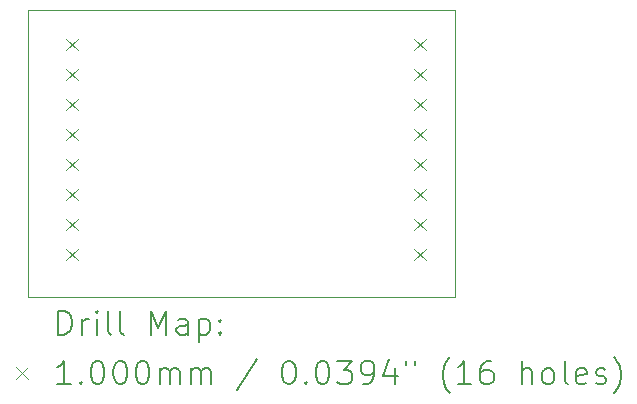
<source format=gbr>
%TF.GenerationSoftware,KiCad,Pcbnew,7.0.5*%
%TF.CreationDate,2024-02-12T16:47:11-03:00*%
%TF.ProjectId,baseSX1276,62617365-5358-4313-9237-362e6b696361,rev?*%
%TF.SameCoordinates,Original*%
%TF.FileFunction,Drillmap*%
%TF.FilePolarity,Positive*%
%FSLAX45Y45*%
G04 Gerber Fmt 4.5, Leading zero omitted, Abs format (unit mm)*
G04 Created by KiCad (PCBNEW 7.0.5) date 2024-02-12 16:47:11*
%MOMM*%
%LPD*%
G01*
G04 APERTURE LIST*
%ADD10C,0.100000*%
%ADD11C,0.200000*%
G04 APERTURE END LIST*
D10*
X11390000Y-6035000D02*
X15001000Y-6035000D01*
X15001000Y-8464000D01*
X11390000Y-8464000D01*
X11390000Y-6035000D01*
D11*
D10*
X11710200Y-6274600D02*
X11810200Y-6374600D01*
X11810200Y-6274600D02*
X11710200Y-6374600D01*
X11710200Y-6528600D02*
X11810200Y-6628600D01*
X11810200Y-6528600D02*
X11710200Y-6628600D01*
X11710200Y-6782600D02*
X11810200Y-6882600D01*
X11810200Y-6782600D02*
X11710200Y-6882600D01*
X11710200Y-7036600D02*
X11810200Y-7136600D01*
X11810200Y-7036600D02*
X11710200Y-7136600D01*
X11710200Y-7290600D02*
X11810200Y-7390600D01*
X11810200Y-7290600D02*
X11710200Y-7390600D01*
X11710200Y-7544600D02*
X11810200Y-7644600D01*
X11810200Y-7544600D02*
X11710200Y-7644600D01*
X11710200Y-7798600D02*
X11810200Y-7898600D01*
X11810200Y-7798600D02*
X11710200Y-7898600D01*
X11710200Y-8052600D02*
X11810200Y-8152600D01*
X11810200Y-8052600D02*
X11710200Y-8152600D01*
X14656600Y-6274600D02*
X14756600Y-6374600D01*
X14756600Y-6274600D02*
X14656600Y-6374600D01*
X14656600Y-6528600D02*
X14756600Y-6628600D01*
X14756600Y-6528600D02*
X14656600Y-6628600D01*
X14656600Y-6782600D02*
X14756600Y-6882600D01*
X14756600Y-6782600D02*
X14656600Y-6882600D01*
X14656600Y-7036600D02*
X14756600Y-7136600D01*
X14756600Y-7036600D02*
X14656600Y-7136600D01*
X14656600Y-7290600D02*
X14756600Y-7390600D01*
X14756600Y-7290600D02*
X14656600Y-7390600D01*
X14656600Y-7544600D02*
X14756600Y-7644600D01*
X14756600Y-7544600D02*
X14656600Y-7644600D01*
X14656600Y-7798600D02*
X14756600Y-7898600D01*
X14756600Y-7798600D02*
X14656600Y-7898600D01*
X14656600Y-8052600D02*
X14756600Y-8152600D01*
X14756600Y-8052600D02*
X14656600Y-8152600D01*
D11*
X11645777Y-8780484D02*
X11645777Y-8580484D01*
X11645777Y-8580484D02*
X11693396Y-8580484D01*
X11693396Y-8580484D02*
X11721967Y-8590008D01*
X11721967Y-8590008D02*
X11741015Y-8609055D01*
X11741015Y-8609055D02*
X11750539Y-8628103D01*
X11750539Y-8628103D02*
X11760062Y-8666198D01*
X11760062Y-8666198D02*
X11760062Y-8694770D01*
X11760062Y-8694770D02*
X11750539Y-8732865D01*
X11750539Y-8732865D02*
X11741015Y-8751912D01*
X11741015Y-8751912D02*
X11721967Y-8770960D01*
X11721967Y-8770960D02*
X11693396Y-8780484D01*
X11693396Y-8780484D02*
X11645777Y-8780484D01*
X11845777Y-8780484D02*
X11845777Y-8647150D01*
X11845777Y-8685246D02*
X11855301Y-8666198D01*
X11855301Y-8666198D02*
X11864824Y-8656674D01*
X11864824Y-8656674D02*
X11883872Y-8647150D01*
X11883872Y-8647150D02*
X11902920Y-8647150D01*
X11969586Y-8780484D02*
X11969586Y-8647150D01*
X11969586Y-8580484D02*
X11960062Y-8590008D01*
X11960062Y-8590008D02*
X11969586Y-8599531D01*
X11969586Y-8599531D02*
X11979110Y-8590008D01*
X11979110Y-8590008D02*
X11969586Y-8580484D01*
X11969586Y-8580484D02*
X11969586Y-8599531D01*
X12093396Y-8780484D02*
X12074348Y-8770960D01*
X12074348Y-8770960D02*
X12064824Y-8751912D01*
X12064824Y-8751912D02*
X12064824Y-8580484D01*
X12198158Y-8780484D02*
X12179110Y-8770960D01*
X12179110Y-8770960D02*
X12169586Y-8751912D01*
X12169586Y-8751912D02*
X12169586Y-8580484D01*
X12426729Y-8780484D02*
X12426729Y-8580484D01*
X12426729Y-8580484D02*
X12493396Y-8723341D01*
X12493396Y-8723341D02*
X12560062Y-8580484D01*
X12560062Y-8580484D02*
X12560062Y-8780484D01*
X12741015Y-8780484D02*
X12741015Y-8675722D01*
X12741015Y-8675722D02*
X12731491Y-8656674D01*
X12731491Y-8656674D02*
X12712443Y-8647150D01*
X12712443Y-8647150D02*
X12674348Y-8647150D01*
X12674348Y-8647150D02*
X12655301Y-8656674D01*
X12741015Y-8770960D02*
X12721967Y-8780484D01*
X12721967Y-8780484D02*
X12674348Y-8780484D01*
X12674348Y-8780484D02*
X12655301Y-8770960D01*
X12655301Y-8770960D02*
X12645777Y-8751912D01*
X12645777Y-8751912D02*
X12645777Y-8732865D01*
X12645777Y-8732865D02*
X12655301Y-8713817D01*
X12655301Y-8713817D02*
X12674348Y-8704293D01*
X12674348Y-8704293D02*
X12721967Y-8704293D01*
X12721967Y-8704293D02*
X12741015Y-8694770D01*
X12836253Y-8647150D02*
X12836253Y-8847150D01*
X12836253Y-8656674D02*
X12855301Y-8647150D01*
X12855301Y-8647150D02*
X12893396Y-8647150D01*
X12893396Y-8647150D02*
X12912443Y-8656674D01*
X12912443Y-8656674D02*
X12921967Y-8666198D01*
X12921967Y-8666198D02*
X12931491Y-8685246D01*
X12931491Y-8685246D02*
X12931491Y-8742389D01*
X12931491Y-8742389D02*
X12921967Y-8761436D01*
X12921967Y-8761436D02*
X12912443Y-8770960D01*
X12912443Y-8770960D02*
X12893396Y-8780484D01*
X12893396Y-8780484D02*
X12855301Y-8780484D01*
X12855301Y-8780484D02*
X12836253Y-8770960D01*
X13017205Y-8761436D02*
X13026729Y-8770960D01*
X13026729Y-8770960D02*
X13017205Y-8780484D01*
X13017205Y-8780484D02*
X13007682Y-8770960D01*
X13007682Y-8770960D02*
X13017205Y-8761436D01*
X13017205Y-8761436D02*
X13017205Y-8780484D01*
X13017205Y-8656674D02*
X13026729Y-8666198D01*
X13026729Y-8666198D02*
X13017205Y-8675722D01*
X13017205Y-8675722D02*
X13007682Y-8666198D01*
X13007682Y-8666198D02*
X13017205Y-8656674D01*
X13017205Y-8656674D02*
X13017205Y-8675722D01*
D10*
X11285000Y-9059000D02*
X11385000Y-9159000D01*
X11385000Y-9059000D02*
X11285000Y-9159000D01*
D11*
X11750539Y-9200484D02*
X11636253Y-9200484D01*
X11693396Y-9200484D02*
X11693396Y-9000484D01*
X11693396Y-9000484D02*
X11674348Y-9029055D01*
X11674348Y-9029055D02*
X11655301Y-9048103D01*
X11655301Y-9048103D02*
X11636253Y-9057627D01*
X11836253Y-9181436D02*
X11845777Y-9190960D01*
X11845777Y-9190960D02*
X11836253Y-9200484D01*
X11836253Y-9200484D02*
X11826729Y-9190960D01*
X11826729Y-9190960D02*
X11836253Y-9181436D01*
X11836253Y-9181436D02*
X11836253Y-9200484D01*
X11969586Y-9000484D02*
X11988634Y-9000484D01*
X11988634Y-9000484D02*
X12007682Y-9010008D01*
X12007682Y-9010008D02*
X12017205Y-9019531D01*
X12017205Y-9019531D02*
X12026729Y-9038579D01*
X12026729Y-9038579D02*
X12036253Y-9076674D01*
X12036253Y-9076674D02*
X12036253Y-9124293D01*
X12036253Y-9124293D02*
X12026729Y-9162389D01*
X12026729Y-9162389D02*
X12017205Y-9181436D01*
X12017205Y-9181436D02*
X12007682Y-9190960D01*
X12007682Y-9190960D02*
X11988634Y-9200484D01*
X11988634Y-9200484D02*
X11969586Y-9200484D01*
X11969586Y-9200484D02*
X11950539Y-9190960D01*
X11950539Y-9190960D02*
X11941015Y-9181436D01*
X11941015Y-9181436D02*
X11931491Y-9162389D01*
X11931491Y-9162389D02*
X11921967Y-9124293D01*
X11921967Y-9124293D02*
X11921967Y-9076674D01*
X11921967Y-9076674D02*
X11931491Y-9038579D01*
X11931491Y-9038579D02*
X11941015Y-9019531D01*
X11941015Y-9019531D02*
X11950539Y-9010008D01*
X11950539Y-9010008D02*
X11969586Y-9000484D01*
X12160062Y-9000484D02*
X12179110Y-9000484D01*
X12179110Y-9000484D02*
X12198158Y-9010008D01*
X12198158Y-9010008D02*
X12207682Y-9019531D01*
X12207682Y-9019531D02*
X12217205Y-9038579D01*
X12217205Y-9038579D02*
X12226729Y-9076674D01*
X12226729Y-9076674D02*
X12226729Y-9124293D01*
X12226729Y-9124293D02*
X12217205Y-9162389D01*
X12217205Y-9162389D02*
X12207682Y-9181436D01*
X12207682Y-9181436D02*
X12198158Y-9190960D01*
X12198158Y-9190960D02*
X12179110Y-9200484D01*
X12179110Y-9200484D02*
X12160062Y-9200484D01*
X12160062Y-9200484D02*
X12141015Y-9190960D01*
X12141015Y-9190960D02*
X12131491Y-9181436D01*
X12131491Y-9181436D02*
X12121967Y-9162389D01*
X12121967Y-9162389D02*
X12112443Y-9124293D01*
X12112443Y-9124293D02*
X12112443Y-9076674D01*
X12112443Y-9076674D02*
X12121967Y-9038579D01*
X12121967Y-9038579D02*
X12131491Y-9019531D01*
X12131491Y-9019531D02*
X12141015Y-9010008D01*
X12141015Y-9010008D02*
X12160062Y-9000484D01*
X12350539Y-9000484D02*
X12369586Y-9000484D01*
X12369586Y-9000484D02*
X12388634Y-9010008D01*
X12388634Y-9010008D02*
X12398158Y-9019531D01*
X12398158Y-9019531D02*
X12407682Y-9038579D01*
X12407682Y-9038579D02*
X12417205Y-9076674D01*
X12417205Y-9076674D02*
X12417205Y-9124293D01*
X12417205Y-9124293D02*
X12407682Y-9162389D01*
X12407682Y-9162389D02*
X12398158Y-9181436D01*
X12398158Y-9181436D02*
X12388634Y-9190960D01*
X12388634Y-9190960D02*
X12369586Y-9200484D01*
X12369586Y-9200484D02*
X12350539Y-9200484D01*
X12350539Y-9200484D02*
X12331491Y-9190960D01*
X12331491Y-9190960D02*
X12321967Y-9181436D01*
X12321967Y-9181436D02*
X12312443Y-9162389D01*
X12312443Y-9162389D02*
X12302920Y-9124293D01*
X12302920Y-9124293D02*
X12302920Y-9076674D01*
X12302920Y-9076674D02*
X12312443Y-9038579D01*
X12312443Y-9038579D02*
X12321967Y-9019531D01*
X12321967Y-9019531D02*
X12331491Y-9010008D01*
X12331491Y-9010008D02*
X12350539Y-9000484D01*
X12502920Y-9200484D02*
X12502920Y-9067150D01*
X12502920Y-9086198D02*
X12512443Y-9076674D01*
X12512443Y-9076674D02*
X12531491Y-9067150D01*
X12531491Y-9067150D02*
X12560063Y-9067150D01*
X12560063Y-9067150D02*
X12579110Y-9076674D01*
X12579110Y-9076674D02*
X12588634Y-9095722D01*
X12588634Y-9095722D02*
X12588634Y-9200484D01*
X12588634Y-9095722D02*
X12598158Y-9076674D01*
X12598158Y-9076674D02*
X12617205Y-9067150D01*
X12617205Y-9067150D02*
X12645777Y-9067150D01*
X12645777Y-9067150D02*
X12664824Y-9076674D01*
X12664824Y-9076674D02*
X12674348Y-9095722D01*
X12674348Y-9095722D02*
X12674348Y-9200484D01*
X12769586Y-9200484D02*
X12769586Y-9067150D01*
X12769586Y-9086198D02*
X12779110Y-9076674D01*
X12779110Y-9076674D02*
X12798158Y-9067150D01*
X12798158Y-9067150D02*
X12826729Y-9067150D01*
X12826729Y-9067150D02*
X12845777Y-9076674D01*
X12845777Y-9076674D02*
X12855301Y-9095722D01*
X12855301Y-9095722D02*
X12855301Y-9200484D01*
X12855301Y-9095722D02*
X12864824Y-9076674D01*
X12864824Y-9076674D02*
X12883872Y-9067150D01*
X12883872Y-9067150D02*
X12912443Y-9067150D01*
X12912443Y-9067150D02*
X12931491Y-9076674D01*
X12931491Y-9076674D02*
X12941015Y-9095722D01*
X12941015Y-9095722D02*
X12941015Y-9200484D01*
X13331491Y-8990960D02*
X13160063Y-9248103D01*
X13588634Y-9000484D02*
X13607682Y-9000484D01*
X13607682Y-9000484D02*
X13626729Y-9010008D01*
X13626729Y-9010008D02*
X13636253Y-9019531D01*
X13636253Y-9019531D02*
X13645777Y-9038579D01*
X13645777Y-9038579D02*
X13655301Y-9076674D01*
X13655301Y-9076674D02*
X13655301Y-9124293D01*
X13655301Y-9124293D02*
X13645777Y-9162389D01*
X13645777Y-9162389D02*
X13636253Y-9181436D01*
X13636253Y-9181436D02*
X13626729Y-9190960D01*
X13626729Y-9190960D02*
X13607682Y-9200484D01*
X13607682Y-9200484D02*
X13588634Y-9200484D01*
X13588634Y-9200484D02*
X13569586Y-9190960D01*
X13569586Y-9190960D02*
X13560063Y-9181436D01*
X13560063Y-9181436D02*
X13550539Y-9162389D01*
X13550539Y-9162389D02*
X13541015Y-9124293D01*
X13541015Y-9124293D02*
X13541015Y-9076674D01*
X13541015Y-9076674D02*
X13550539Y-9038579D01*
X13550539Y-9038579D02*
X13560063Y-9019531D01*
X13560063Y-9019531D02*
X13569586Y-9010008D01*
X13569586Y-9010008D02*
X13588634Y-9000484D01*
X13741015Y-9181436D02*
X13750539Y-9190960D01*
X13750539Y-9190960D02*
X13741015Y-9200484D01*
X13741015Y-9200484D02*
X13731491Y-9190960D01*
X13731491Y-9190960D02*
X13741015Y-9181436D01*
X13741015Y-9181436D02*
X13741015Y-9200484D01*
X13874348Y-9000484D02*
X13893396Y-9000484D01*
X13893396Y-9000484D02*
X13912444Y-9010008D01*
X13912444Y-9010008D02*
X13921967Y-9019531D01*
X13921967Y-9019531D02*
X13931491Y-9038579D01*
X13931491Y-9038579D02*
X13941015Y-9076674D01*
X13941015Y-9076674D02*
X13941015Y-9124293D01*
X13941015Y-9124293D02*
X13931491Y-9162389D01*
X13931491Y-9162389D02*
X13921967Y-9181436D01*
X13921967Y-9181436D02*
X13912444Y-9190960D01*
X13912444Y-9190960D02*
X13893396Y-9200484D01*
X13893396Y-9200484D02*
X13874348Y-9200484D01*
X13874348Y-9200484D02*
X13855301Y-9190960D01*
X13855301Y-9190960D02*
X13845777Y-9181436D01*
X13845777Y-9181436D02*
X13836253Y-9162389D01*
X13836253Y-9162389D02*
X13826729Y-9124293D01*
X13826729Y-9124293D02*
X13826729Y-9076674D01*
X13826729Y-9076674D02*
X13836253Y-9038579D01*
X13836253Y-9038579D02*
X13845777Y-9019531D01*
X13845777Y-9019531D02*
X13855301Y-9010008D01*
X13855301Y-9010008D02*
X13874348Y-9000484D01*
X14007682Y-9000484D02*
X14131491Y-9000484D01*
X14131491Y-9000484D02*
X14064825Y-9076674D01*
X14064825Y-9076674D02*
X14093396Y-9076674D01*
X14093396Y-9076674D02*
X14112444Y-9086198D01*
X14112444Y-9086198D02*
X14121967Y-9095722D01*
X14121967Y-9095722D02*
X14131491Y-9114770D01*
X14131491Y-9114770D02*
X14131491Y-9162389D01*
X14131491Y-9162389D02*
X14121967Y-9181436D01*
X14121967Y-9181436D02*
X14112444Y-9190960D01*
X14112444Y-9190960D02*
X14093396Y-9200484D01*
X14093396Y-9200484D02*
X14036253Y-9200484D01*
X14036253Y-9200484D02*
X14017206Y-9190960D01*
X14017206Y-9190960D02*
X14007682Y-9181436D01*
X14226729Y-9200484D02*
X14264825Y-9200484D01*
X14264825Y-9200484D02*
X14283872Y-9190960D01*
X14283872Y-9190960D02*
X14293396Y-9181436D01*
X14293396Y-9181436D02*
X14312444Y-9152865D01*
X14312444Y-9152865D02*
X14321967Y-9114770D01*
X14321967Y-9114770D02*
X14321967Y-9038579D01*
X14321967Y-9038579D02*
X14312444Y-9019531D01*
X14312444Y-9019531D02*
X14302920Y-9010008D01*
X14302920Y-9010008D02*
X14283872Y-9000484D01*
X14283872Y-9000484D02*
X14245777Y-9000484D01*
X14245777Y-9000484D02*
X14226729Y-9010008D01*
X14226729Y-9010008D02*
X14217206Y-9019531D01*
X14217206Y-9019531D02*
X14207682Y-9038579D01*
X14207682Y-9038579D02*
X14207682Y-9086198D01*
X14207682Y-9086198D02*
X14217206Y-9105246D01*
X14217206Y-9105246D02*
X14226729Y-9114770D01*
X14226729Y-9114770D02*
X14245777Y-9124293D01*
X14245777Y-9124293D02*
X14283872Y-9124293D01*
X14283872Y-9124293D02*
X14302920Y-9114770D01*
X14302920Y-9114770D02*
X14312444Y-9105246D01*
X14312444Y-9105246D02*
X14321967Y-9086198D01*
X14493396Y-9067150D02*
X14493396Y-9200484D01*
X14445777Y-8990960D02*
X14398158Y-9133817D01*
X14398158Y-9133817D02*
X14521967Y-9133817D01*
X14588634Y-9000484D02*
X14588634Y-9038579D01*
X14664825Y-9000484D02*
X14664825Y-9038579D01*
X14960063Y-9276674D02*
X14950539Y-9267150D01*
X14950539Y-9267150D02*
X14931491Y-9238579D01*
X14931491Y-9238579D02*
X14921968Y-9219531D01*
X14921968Y-9219531D02*
X14912444Y-9190960D01*
X14912444Y-9190960D02*
X14902920Y-9143341D01*
X14902920Y-9143341D02*
X14902920Y-9105246D01*
X14902920Y-9105246D02*
X14912444Y-9057627D01*
X14912444Y-9057627D02*
X14921968Y-9029055D01*
X14921968Y-9029055D02*
X14931491Y-9010008D01*
X14931491Y-9010008D02*
X14950539Y-8981436D01*
X14950539Y-8981436D02*
X14960063Y-8971912D01*
X15141015Y-9200484D02*
X15026729Y-9200484D01*
X15083872Y-9200484D02*
X15083872Y-9000484D01*
X15083872Y-9000484D02*
X15064825Y-9029055D01*
X15064825Y-9029055D02*
X15045777Y-9048103D01*
X15045777Y-9048103D02*
X15026729Y-9057627D01*
X15312444Y-9000484D02*
X15274348Y-9000484D01*
X15274348Y-9000484D02*
X15255301Y-9010008D01*
X15255301Y-9010008D02*
X15245777Y-9019531D01*
X15245777Y-9019531D02*
X15226729Y-9048103D01*
X15226729Y-9048103D02*
X15217206Y-9086198D01*
X15217206Y-9086198D02*
X15217206Y-9162389D01*
X15217206Y-9162389D02*
X15226729Y-9181436D01*
X15226729Y-9181436D02*
X15236253Y-9190960D01*
X15236253Y-9190960D02*
X15255301Y-9200484D01*
X15255301Y-9200484D02*
X15293396Y-9200484D01*
X15293396Y-9200484D02*
X15312444Y-9190960D01*
X15312444Y-9190960D02*
X15321968Y-9181436D01*
X15321968Y-9181436D02*
X15331491Y-9162389D01*
X15331491Y-9162389D02*
X15331491Y-9114770D01*
X15331491Y-9114770D02*
X15321968Y-9095722D01*
X15321968Y-9095722D02*
X15312444Y-9086198D01*
X15312444Y-9086198D02*
X15293396Y-9076674D01*
X15293396Y-9076674D02*
X15255301Y-9076674D01*
X15255301Y-9076674D02*
X15236253Y-9086198D01*
X15236253Y-9086198D02*
X15226729Y-9095722D01*
X15226729Y-9095722D02*
X15217206Y-9114770D01*
X15569587Y-9200484D02*
X15569587Y-9000484D01*
X15655301Y-9200484D02*
X15655301Y-9095722D01*
X15655301Y-9095722D02*
X15645777Y-9076674D01*
X15645777Y-9076674D02*
X15626730Y-9067150D01*
X15626730Y-9067150D02*
X15598158Y-9067150D01*
X15598158Y-9067150D02*
X15579110Y-9076674D01*
X15579110Y-9076674D02*
X15569587Y-9086198D01*
X15779110Y-9200484D02*
X15760063Y-9190960D01*
X15760063Y-9190960D02*
X15750539Y-9181436D01*
X15750539Y-9181436D02*
X15741015Y-9162389D01*
X15741015Y-9162389D02*
X15741015Y-9105246D01*
X15741015Y-9105246D02*
X15750539Y-9086198D01*
X15750539Y-9086198D02*
X15760063Y-9076674D01*
X15760063Y-9076674D02*
X15779110Y-9067150D01*
X15779110Y-9067150D02*
X15807682Y-9067150D01*
X15807682Y-9067150D02*
X15826730Y-9076674D01*
X15826730Y-9076674D02*
X15836253Y-9086198D01*
X15836253Y-9086198D02*
X15845777Y-9105246D01*
X15845777Y-9105246D02*
X15845777Y-9162389D01*
X15845777Y-9162389D02*
X15836253Y-9181436D01*
X15836253Y-9181436D02*
X15826730Y-9190960D01*
X15826730Y-9190960D02*
X15807682Y-9200484D01*
X15807682Y-9200484D02*
X15779110Y-9200484D01*
X15960063Y-9200484D02*
X15941015Y-9190960D01*
X15941015Y-9190960D02*
X15931491Y-9171912D01*
X15931491Y-9171912D02*
X15931491Y-9000484D01*
X16112444Y-9190960D02*
X16093396Y-9200484D01*
X16093396Y-9200484D02*
X16055301Y-9200484D01*
X16055301Y-9200484D02*
X16036253Y-9190960D01*
X16036253Y-9190960D02*
X16026730Y-9171912D01*
X16026730Y-9171912D02*
X16026730Y-9095722D01*
X16026730Y-9095722D02*
X16036253Y-9076674D01*
X16036253Y-9076674D02*
X16055301Y-9067150D01*
X16055301Y-9067150D02*
X16093396Y-9067150D01*
X16093396Y-9067150D02*
X16112444Y-9076674D01*
X16112444Y-9076674D02*
X16121968Y-9095722D01*
X16121968Y-9095722D02*
X16121968Y-9114770D01*
X16121968Y-9114770D02*
X16026730Y-9133817D01*
X16198158Y-9190960D02*
X16217206Y-9200484D01*
X16217206Y-9200484D02*
X16255301Y-9200484D01*
X16255301Y-9200484D02*
X16274349Y-9190960D01*
X16274349Y-9190960D02*
X16283872Y-9171912D01*
X16283872Y-9171912D02*
X16283872Y-9162389D01*
X16283872Y-9162389D02*
X16274349Y-9143341D01*
X16274349Y-9143341D02*
X16255301Y-9133817D01*
X16255301Y-9133817D02*
X16226730Y-9133817D01*
X16226730Y-9133817D02*
X16207682Y-9124293D01*
X16207682Y-9124293D02*
X16198158Y-9105246D01*
X16198158Y-9105246D02*
X16198158Y-9095722D01*
X16198158Y-9095722D02*
X16207682Y-9076674D01*
X16207682Y-9076674D02*
X16226730Y-9067150D01*
X16226730Y-9067150D02*
X16255301Y-9067150D01*
X16255301Y-9067150D02*
X16274349Y-9076674D01*
X16350539Y-9276674D02*
X16360063Y-9267150D01*
X16360063Y-9267150D02*
X16379111Y-9238579D01*
X16379111Y-9238579D02*
X16388634Y-9219531D01*
X16388634Y-9219531D02*
X16398158Y-9190960D01*
X16398158Y-9190960D02*
X16407682Y-9143341D01*
X16407682Y-9143341D02*
X16407682Y-9105246D01*
X16407682Y-9105246D02*
X16398158Y-9057627D01*
X16398158Y-9057627D02*
X16388634Y-9029055D01*
X16388634Y-9029055D02*
X16379111Y-9010008D01*
X16379111Y-9010008D02*
X16360063Y-8981436D01*
X16360063Y-8981436D02*
X16350539Y-8971912D01*
M02*

</source>
